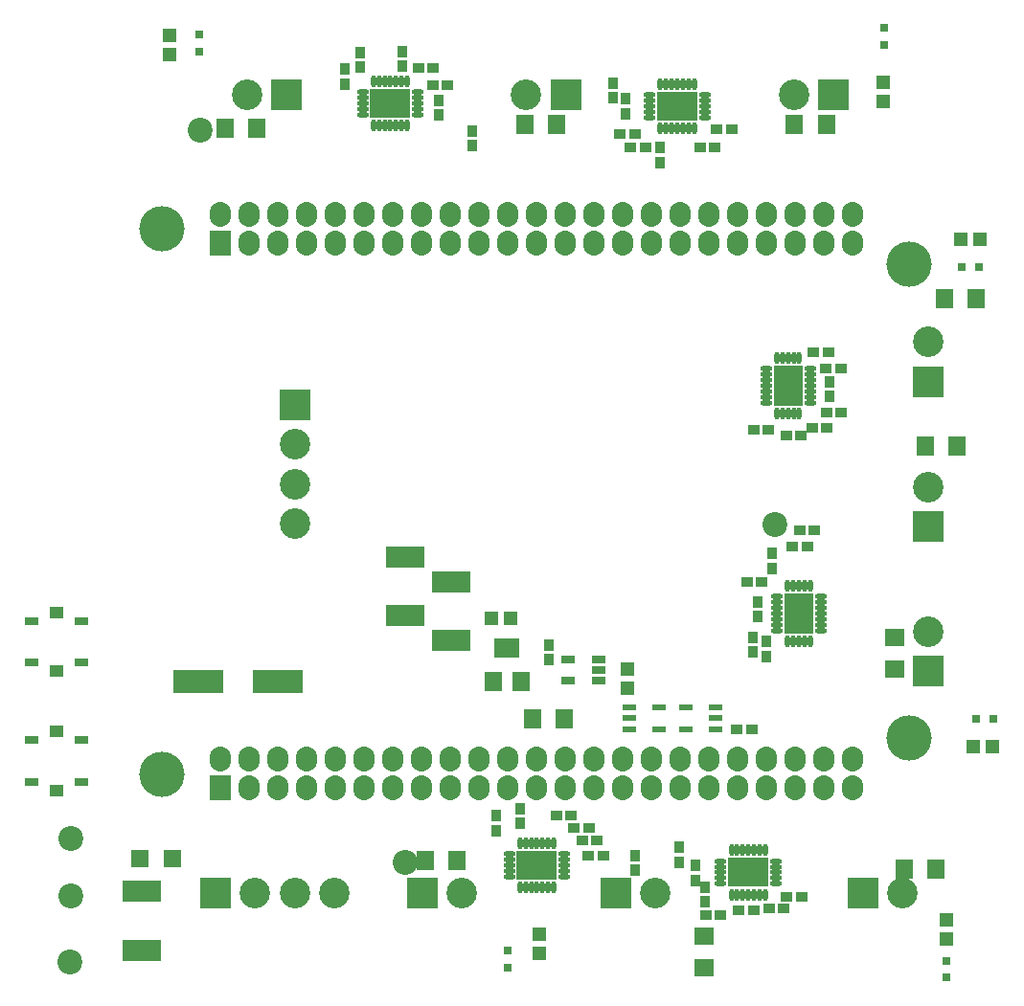
<source format=gts>
G04 DipTrace 3.3.1.3*
G04 Powerboardv05.gts*
%MOMM*%
G04 #@! TF.FileFunction,Soldermask,Top*
G04 #@! TF.Part,Single*
%ADD30R,0.8X0.8*%
%ADD38R,1.6X1.8*%
%ADD43R,1.8X1.6*%
%ADD46R,1.2X0.55*%
%ADD58C,4.0*%
%ADD66R,2.60015X3.60015*%
%ADD68R,3.60015X2.60015*%
%ADD70O,1.05015X0.50015*%
%ADD72O,0.50015X1.05015*%
%ADD74R,0.90015X1.10015*%
%ADD76R,1.30015X0.80015*%
%ADD78R,1.50015X1.80015*%
%ADD80R,2.20015X1.80015*%
%ADD84R,1.10015X0.90015*%
%ADD88R,1.20015X1.00015*%
%ADD90R,1.20015X0.80015*%
%ADD92R,1.30015X1.20015*%
%ADD94R,1.20015X1.30015*%
%ADD98C,2.20015*%
%ADD100R,1.90015X2.20015*%
%ADD102O,1.90015X2.20015*%
%ADD104R,2.70015X2.70015*%
%ADD106C,2.70015*%
%ADD108R,3.35015X1.98015*%
%ADD112R,1.50015X1.60015*%
%ADD114R,4.40015X2.10015*%
%FSLAX35Y35*%
G04*
G71*
G90*
G75*
G01*
G04 TopMask*
%LPD*%
D114*
X1020000Y820000D3*
X320000D3*
D112*
X-200000Y-750000D3*
X90000D3*
D30*
X3050000Y-1710000D3*
Y-1560000D3*
X6930000Y-1650000D3*
Y-1800000D3*
X7345750Y487750D3*
X7195750D3*
X7068750Y4481127D3*
X7218750D3*
D108*
X-180000Y-1560000D3*
Y-1040000D3*
D106*
X4360000Y-1055873D3*
D104*
X4010000D3*
D102*
X510000Y130000D3*
X764000D3*
X1018000D3*
X1272000D3*
X1526000D3*
X1780000D3*
X2034000D3*
X2288000D3*
X2542000D3*
X2796000D3*
X3050000D3*
X3304000D3*
X3558000D3*
X3812000D3*
X4066000D3*
X4320000D3*
X4574000D3*
X4828000D3*
X5082000D3*
X5336000D3*
X5590000D3*
X5844000D3*
X6098000D3*
Y-124000D3*
X5844000D3*
X5590000D3*
X5336000D3*
X5082000D3*
X4828000D3*
X4574000D3*
X4320000D3*
X4066000D3*
X3812000D3*
X3558000D3*
X3304000D3*
X3050000D3*
X2796000D3*
X2542000D3*
X2288000D3*
X2034000D3*
X1780000D3*
X1526000D3*
X1272000D3*
X1018000D3*
X764000D3*
D100*
X510000D3*
D98*
X333377Y5699127D3*
D106*
X6772377Y1260000D3*
D104*
Y910000D3*
D98*
X2143123Y-777873D3*
X-810000Y-570000D3*
Y-1080000D3*
D106*
X6772377Y3820000D3*
D104*
Y3470000D3*
D106*
X1520000Y-1055873D3*
X1170000D3*
X820000D3*
D104*
X470000D3*
D106*
X6772377Y2540000D3*
D104*
Y2190000D3*
D102*
X510000Y4950000D3*
X764000D3*
X1018000D3*
X1272000D3*
X1526000D3*
X1780000D3*
X2034000D3*
X2288000D3*
X2542000D3*
X2796000D3*
X3050000D3*
X3304000D3*
X3558000D3*
X3812000D3*
X4066000D3*
X4320000D3*
X4574000D3*
X4828000D3*
X5082000D3*
X5336000D3*
X5590000D3*
X5844000D3*
X6098000D3*
Y4696000D3*
X5844000D3*
X5590000D3*
X5336000D3*
X5082000D3*
X4828000D3*
X4574000D3*
X4320000D3*
X4066000D3*
X3812000D3*
X3558000D3*
X3304000D3*
X3050000D3*
X2796000D3*
X2542000D3*
X2288000D3*
X2034000D3*
X1780000D3*
X1526000D3*
X1272000D3*
X1018000D3*
X764000D3*
D100*
X510000D3*
D106*
X2650000Y-1055873D3*
D104*
X2300000D3*
D106*
X6540000D3*
D104*
X6190000D3*
D98*
X-820000Y-1660000D3*
X5414253Y2203087D3*
D106*
X1170000Y2214127D3*
Y2564127D3*
Y2914127D3*
D104*
Y3264127D3*
D38*
X3556000Y492127D3*
X3276000D3*
D108*
X2555877Y1698627D3*
Y1178627D3*
D30*
X6380000Y6450000D3*
Y6600000D3*
D108*
X2143127Y1920877D3*
Y1400877D3*
D94*
X6930000Y-1290000D3*
Y-1460000D3*
X3330000Y-1420000D3*
Y-1590000D3*
D92*
X7169873Y243750D3*
X7339873D3*
X7223123Y4730750D3*
X7053123D3*
D90*
X-719377Y300000D3*
X-1159377D3*
Y-70000D3*
X-719377D3*
D88*
X-939377Y375000D3*
Y-145000D3*
D90*
X-716813Y1355000D3*
X-1156813D3*
Y985000D3*
X-716813D3*
D88*
X-936813Y1430000D3*
Y910000D3*
D38*
X2603500Y-762000D3*
X2323500D3*
D30*
X330000Y6540000D3*
Y6390000D3*
D106*
X5580000Y6005000D3*
D104*
X5930000D3*
D106*
X750000D3*
D104*
X1100000D3*
D106*
X3215000D3*
D104*
X3565000D3*
D38*
X6559250Y-844250D3*
X6839250D3*
D94*
X6375000Y5945000D3*
Y6115000D3*
X63500Y6365877D3*
Y6535877D3*
D43*
X6477000Y1206500D3*
Y926500D3*
D38*
X6911373Y4206877D3*
X7191373D3*
X5588000Y5746750D3*
X5868000D3*
X835623Y5715000D3*
X555623D3*
D43*
X4791373Y-1431623D3*
Y-1711623D3*
D38*
X6746873Y2905127D3*
X7026873D3*
X3206750Y5746750D3*
X3486750D3*
D84*
X5208500Y395377D3*
X5078500D3*
D46*
X4127500Y587377D3*
Y492377D3*
Y397377D3*
X4387520D3*
Y587377D3*
X4889500Y397377D3*
Y492377D3*
Y587377D3*
X4629480D3*
Y397377D3*
D80*
X3048000Y1111250D3*
D78*
X3171900Y821250D3*
X2923000D3*
D92*
X3079750Y1381127D3*
X2909750D3*
D94*
X4111627Y932000D3*
Y762000D3*
D76*
X3857623Y825500D3*
Y920500D3*
Y1015500D3*
X3587623D3*
Y825500D3*
D74*
X3413123Y1143000D3*
Y1013000D3*
X4180000Y-850000D3*
Y-720000D3*
D84*
X3610000Y-370000D3*
X3480000D3*
X3765000Y-725001D3*
X3895000D3*
X3710000Y-590001D3*
X3840000D3*
D74*
X2949999Y-370000D3*
Y-500000D3*
X3164999Y-305000D3*
Y-435000D3*
D84*
X3640000Y-480001D3*
X3770000D3*
D72*
X3160000Y-1004053D3*
X3210000D3*
X3260000D3*
X3310000D3*
X3360000D3*
X3410000D3*
X3460000D3*
D70*
X3555000Y-909053D3*
Y-859053D3*
Y-809053D3*
Y-759053D3*
Y-709053D3*
D72*
X3460000Y-614053D3*
X3410000D3*
X3360000D3*
X3310000D3*
X3260000D3*
X3210000D3*
X3160000D3*
D70*
X3065000Y-709053D3*
Y-759053D3*
Y-809053D3*
Y-859053D3*
Y-909053D3*
D68*
X3310000Y-809053D3*
D74*
X4570000Y-780000D3*
Y-650000D3*
D84*
X5225000Y-1205000D3*
X5095000D3*
D74*
X4710001Y-940000D3*
Y-810000D3*
X4800001Y-1130000D3*
Y-1000000D3*
D84*
X5650000Y-1089999D3*
X5520000D3*
X5490000Y-1189999D3*
X5360000D3*
X4935000Y-1244999D3*
X4805000D3*
D72*
X5330000Y-675947D3*
X5280000D3*
X5230000D3*
X5180000D3*
X5130000D3*
X5080000D3*
X5030000D3*
D70*
X4935000Y-770947D3*
Y-820947D3*
Y-870947D3*
Y-920947D3*
Y-970947D3*
D72*
X5030000Y-1065947D3*
X5080000D3*
X5130000D3*
X5180000D3*
X5230000D3*
X5280000D3*
X5330000D3*
D70*
X5425000Y-970947D3*
Y-920947D3*
Y-870947D3*
Y-820947D3*
Y-770947D3*
D68*
X5180000Y-870947D3*
D84*
X5763830Y2158617D3*
X5633830D3*
D74*
X5260000Y1390000D3*
Y1520000D3*
D84*
X5570000Y2009999D3*
X5700000D3*
D74*
X5390001Y1820000D3*
Y1950000D3*
X5340001Y1040000D3*
Y1170000D3*
X5220001Y1080000D3*
Y1210000D3*
D84*
X5170000Y1699999D3*
X5300000D3*
D70*
X5820000Y1270000D3*
Y1320000D3*
Y1370000D3*
Y1420000D3*
Y1470000D3*
Y1520000D3*
Y1570000D3*
D72*
X5725000Y1665000D3*
X5675000D3*
X5625000D3*
X5575000D3*
X5525000D3*
D70*
X5430000Y1570000D3*
Y1520000D3*
Y1470000D3*
Y1420000D3*
Y1370000D3*
Y1320000D3*
Y1270000D3*
D72*
X5525000Y1175000D3*
X5575000D3*
X5625000D3*
X5675000D3*
X5725000D3*
D66*
X5625000Y1420000D3*
D84*
X5356703Y3045267D3*
X5226703D3*
D74*
X5900743Y3468723D3*
Y3338723D3*
D84*
X5647253Y2994414D3*
X5517253D3*
X5875687Y3058167D3*
X5745687D3*
X5886363Y3729534D3*
X5756363D3*
X5996100Y3590814D3*
X5866100D3*
X6000607Y3200437D3*
X5870607D3*
D70*
X5335000Y3585000D3*
Y3535000D3*
Y3485000D3*
Y3435000D3*
Y3385000D3*
Y3335000D3*
Y3285000D3*
D72*
X5430000Y3190000D3*
X5480000D3*
X5530000D3*
X5580000D3*
X5630000D3*
D70*
X5725000Y3285000D3*
Y3335000D3*
Y3385000D3*
Y3435000D3*
Y3485000D3*
Y3535000D3*
Y3585000D3*
D72*
X5630000Y3680000D3*
X5580000D3*
X5530000D3*
X5480000D3*
X5430000D3*
D66*
X5530000Y3435000D3*
D74*
X2740000Y5690000D3*
Y5560000D3*
X4400000Y5410000D3*
Y5540000D3*
X4095751Y5842000D3*
Y5972000D3*
D84*
X4175000Y5665001D3*
X4045000D3*
X5030000Y5700001D3*
X4900000D3*
X4885000Y5545001D3*
X4755000D3*
X4270000Y5540001D3*
X4140000D3*
D72*
X4700000Y6100000D3*
X4650000D3*
X4600000D3*
X4550000D3*
X4500000D3*
X4450000D3*
X4400000D3*
D70*
X4305000Y6005000D3*
Y5955000D3*
Y5905000D3*
Y5855000D3*
Y5805000D3*
D72*
X4400000Y5710000D3*
X4450000D3*
X4500000D3*
X4550000D3*
X4600000D3*
X4650000D3*
X4700000D3*
D70*
X4795000Y5805000D3*
Y5855000D3*
Y5905000D3*
Y5955000D3*
Y6005000D3*
D68*
X4550000Y5905000D3*
D74*
X3980000Y6110000D3*
Y5980000D3*
X2120000Y6390000D3*
Y6260000D3*
X2439999Y5960000D3*
Y5830000D3*
D84*
X2390000Y6089999D3*
X2520000D3*
D74*
X1614999Y6235000D3*
Y6105000D3*
X1749999Y6380000D3*
Y6250000D3*
D84*
X2265000Y6244999D3*
X2395000D3*
D72*
X1865000Y5735000D3*
X1915000D3*
X1965000D3*
X2015000D3*
X2065000D3*
X2115000D3*
X2165000D3*
D70*
X2260000Y5830000D3*
Y5880000D3*
Y5930000D3*
Y5980000D3*
Y6030000D3*
D72*
X2165000Y6125000D3*
X2115000D3*
X2065000D3*
X2015000D3*
X1965000D3*
X1915000D3*
X1865000D3*
D70*
X1770000Y6030000D3*
Y5980000D3*
Y5930000D3*
Y5880000D3*
Y5830000D3*
D68*
X2015000Y5930000D3*
D58*
X0Y4826000D3*
X6604000Y4508500D3*
Y317500D3*
X0Y0D3*
M02*

</source>
